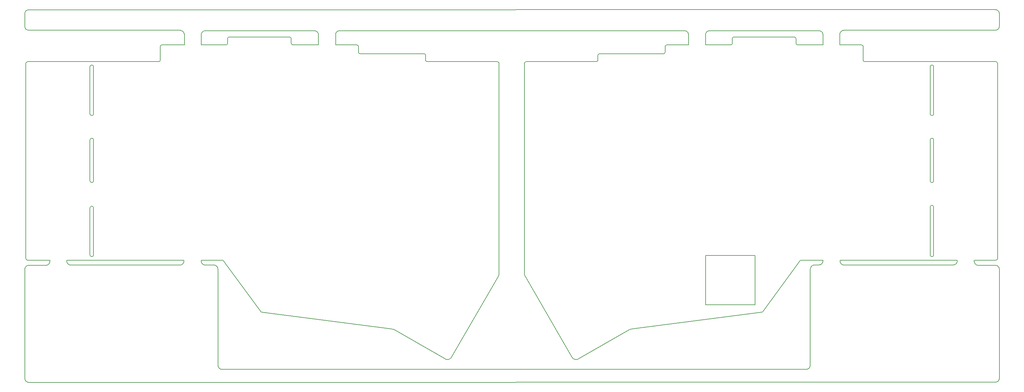
<source format=gm1>
G04 #@! TF.GenerationSoftware,KiCad,Pcbnew,(6.0.8-1)-1*
G04 #@! TF.CreationDate,2023-02-08T14:44:23+02:00*
G04 #@! TF.ProjectId,corne-light,636f726e-652d-46c6-9967-68742e6b6963,2.0*
G04 #@! TF.SameCoordinates,Original*
G04 #@! TF.FileFunction,Profile,NP*
%FSLAX46Y46*%
G04 Gerber Fmt 4.6, Leading zero omitted, Abs format (unit mm)*
G04 Created by KiCad (PCBNEW (6.0.8-1)-1) date 2023-02-08 14:44:23*
%MOMM*%
%LPD*%
G01*
G04 APERTURE LIST*
G04 #@! TA.AperFunction,Profile*
%ADD10C,0.200000*%
G04 #@! TD*
G04 APERTURE END LIST*
D10*
X31197500Y-51660000D02*
X31197500Y-38410000D01*
X32197500Y-59160000D02*
X32197500Y-70660000D01*
X31478750Y-37941250D02*
X31697500Y-37910000D01*
X31885000Y-37941250D02*
X31697500Y-37910000D01*
X31228750Y-38222500D02*
X31322500Y-38035000D01*
X31228750Y-38222500D02*
X31197500Y-38410000D01*
X32166250Y-38222500D02*
X32072500Y-38035000D01*
X32197500Y-38410000D02*
X32166250Y-38222500D01*
X31510000Y-52128750D02*
X31697500Y-52160000D01*
X31228750Y-51847500D02*
X31322500Y-52035000D01*
X31197500Y-51660000D02*
X31228750Y-51847500D01*
X32166250Y-51847500D02*
X32197500Y-51660000D01*
X31916250Y-52128750D02*
X32072500Y-52035000D01*
X32166250Y-51847500D02*
X32072500Y-52035000D01*
X31916250Y-52128750D02*
X31697500Y-52160000D01*
X31322500Y-52035000D02*
X31510000Y-52128750D01*
X31885000Y-58691250D02*
X31697500Y-58660000D01*
X32166250Y-58972500D02*
X32072500Y-58785000D01*
X32197500Y-59160000D02*
X32166250Y-58972500D01*
X31228750Y-58972500D02*
X31197500Y-59160000D01*
X31478750Y-58691250D02*
X31322500Y-58785000D01*
X31228750Y-58972500D02*
X31322500Y-58785000D01*
X31478750Y-58691250D02*
X31697500Y-58660000D01*
X32072500Y-58785000D02*
X31885000Y-58691250D01*
X31510000Y-71128750D02*
X31697500Y-71160000D01*
X32166250Y-70847500D02*
X32197500Y-70660000D01*
X32166250Y-70847500D02*
X32072500Y-71035000D01*
X31228750Y-70847500D02*
X31322500Y-71035000D01*
X31916250Y-71128750D02*
X32072500Y-71035000D01*
X31322500Y-71035000D02*
X31510000Y-71128750D01*
X31916250Y-71128750D02*
X31697500Y-71160000D01*
X31197500Y-70660000D02*
X31228750Y-70847500D01*
X31478750Y-77941250D02*
X31322500Y-78035000D01*
X31228750Y-78222500D02*
X31322500Y-78035000D01*
X32166250Y-78222500D02*
X32072500Y-78035000D01*
X31885000Y-77941250D02*
X31697500Y-77910000D01*
X32072500Y-78035000D02*
X31885000Y-77941250D01*
X31228750Y-78222500D02*
X31197500Y-78410000D01*
X32197500Y-78410000D02*
X32166250Y-78222500D01*
X31478750Y-77941250D02*
X31697500Y-77910000D01*
X32166250Y-91847500D02*
X32197500Y-91660000D01*
X31916250Y-92128750D02*
X32072500Y-92035000D01*
X31916250Y-92128750D02*
X31697500Y-92160000D01*
X32166250Y-91847500D02*
X32072500Y-92035000D01*
X31197500Y-91660000D02*
X31228750Y-91847500D01*
X31228750Y-91847500D02*
X31322500Y-92035000D01*
X31510000Y-92128750D02*
X31697500Y-92160000D01*
X31322500Y-92035000D02*
X31510000Y-92128750D01*
X269385000Y-37941250D02*
X269197500Y-37910000D01*
X269666250Y-38222500D02*
X269572500Y-38035000D01*
X269697500Y-38410000D02*
X269666250Y-38222500D01*
X268728750Y-38222500D02*
X268697500Y-38410000D01*
X268978750Y-37941250D02*
X268822500Y-38035000D01*
X268728750Y-38222500D02*
X268822500Y-38035000D01*
X268978750Y-37941250D02*
X269197500Y-37910000D01*
X269572500Y-38035000D02*
X269385000Y-37941250D01*
X269666250Y-51847500D02*
X269572500Y-52035000D01*
X269416250Y-52128750D02*
X269572500Y-52035000D01*
X268728750Y-51847500D02*
X268822500Y-52035000D01*
X269010000Y-52128750D02*
X269197500Y-52160000D01*
X269416250Y-52128750D02*
X269197500Y-52160000D01*
X269666250Y-51847500D02*
X269697500Y-51660000D01*
X268822500Y-52035000D02*
X269010000Y-52128750D01*
X268697500Y-51660000D02*
X268728750Y-51847500D01*
X268978750Y-58691250D02*
X269197500Y-58660000D01*
X268728750Y-58972500D02*
X268697500Y-59160000D01*
X269572500Y-58785000D02*
X269385000Y-58691250D01*
X269666250Y-58972500D02*
X269572500Y-58785000D01*
X269385000Y-58691250D02*
X269197500Y-58660000D01*
X268978750Y-58691250D02*
X268822500Y-58785000D01*
X268728750Y-58972500D02*
X268822500Y-58785000D01*
X269697500Y-59160000D02*
X269666250Y-58972500D01*
X269416250Y-71128750D02*
X269197500Y-71160000D01*
X269666250Y-70847500D02*
X269697500Y-70660000D01*
X268697500Y-70660000D02*
X268728750Y-70847500D01*
X269416250Y-71128750D02*
X269572500Y-71035000D01*
X269010000Y-71128750D02*
X269197500Y-71160000D01*
X269666250Y-70847500D02*
X269572500Y-71035000D01*
X268822500Y-71035000D02*
X269010000Y-71128750D01*
X268728750Y-70847500D02*
X268822500Y-71035000D01*
X269666250Y-77972500D02*
X269572500Y-77785000D01*
X268728750Y-77972500D02*
X268822500Y-77785000D01*
X269572500Y-77785000D02*
X269385000Y-77691250D01*
X268728750Y-77972500D02*
X268697500Y-78160000D01*
X268978750Y-77691250D02*
X268822500Y-77785000D01*
X269385000Y-77691250D02*
X269197500Y-77660000D01*
X269697500Y-78160000D02*
X269666250Y-77972500D01*
X268978750Y-77691250D02*
X269197500Y-77660000D01*
X268697500Y-91660000D02*
X268728750Y-91847500D01*
X269416250Y-92128750D02*
X269197500Y-92160000D01*
X269010000Y-92128750D02*
X269197500Y-92160000D01*
X269666250Y-91847500D02*
X269572500Y-92035000D01*
X268822500Y-92035000D02*
X269010000Y-92128750D01*
X268728750Y-91847500D02*
X268822500Y-92035000D01*
X269666250Y-91847500D02*
X269697500Y-91660000D01*
X269416250Y-92128750D02*
X269572500Y-92035000D01*
X235579405Y-94633141D02*
X235579405Y-94633141D01*
X243900437Y-28130926D02*
X244121417Y-28062346D01*
X243161298Y-29037705D02*
X243161298Y-29037705D01*
X67576351Y-123591652D02*
X67716051Y-123761832D01*
X249272532Y-32187302D02*
X243146058Y-32187302D01*
X133004146Y-121092294D02*
X133126066Y-120998315D01*
X154075966Y-97353478D02*
X154042946Y-97188378D01*
X281164740Y-93650162D02*
X281164740Y-93650162D01*
X57782121Y-28798946D02*
X57784661Y-28801486D01*
X67169951Y-95090340D02*
X67172491Y-95092880D01*
X57324921Y-28247766D02*
X57327461Y-28250306D01*
X12946085Y-95151300D02*
X12841945Y-95346880D01*
X249572251Y-32288902D02*
X249673851Y-32387962D01*
X57083621Y-94455341D02*
X57279201Y-94348661D01*
X126085193Y-36429098D02*
X126115673Y-36601818D01*
X154053106Y-37267297D02*
X154124225Y-37137757D01*
X237885723Y-94341041D02*
X238058443Y-94198801D01*
X101769797Y-28143626D02*
X101762177Y-28143626D01*
X244362716Y-28034406D02*
X244365256Y-28034406D01*
X243346717Y-28588126D02*
X243346717Y-28583046D01*
X56877882Y-28067426D02*
X56877882Y-28067426D01*
X167479532Y-120723995D02*
X167474452Y-120718915D01*
X234847886Y-95537380D02*
X234847886Y-95537380D01*
X154022626Y-37437477D02*
X154053106Y-37267297D01*
X288238633Y-95545000D02*
X288172593Y-95331640D01*
X281233320Y-93871141D02*
X281164740Y-93650162D01*
X281164740Y-93650162D02*
X281164740Y-93645082D01*
X57881181Y-29268845D02*
X57881181Y-29268845D01*
X125983593Y-34879700D02*
X125884533Y-34780640D01*
X67380771Y-95771059D02*
X67380771Y-95773599D01*
X235376205Y-94744900D02*
X235579405Y-94633141D01*
X168820651Y-121320894D02*
X168632691Y-121336134D01*
X243138438Y-29271385D02*
X243138438Y-29268845D01*
X282373779Y-94635681D02*
X282371239Y-94635681D01*
X200298840Y-28831966D02*
X200194700Y-28636386D01*
X25770532Y-94544241D02*
X56644202Y-94544241D01*
X19128439Y-94544241D02*
X19128439Y-94544241D01*
X51056207Y-36599278D02*
X51084147Y-36431638D01*
X57759261Y-93627302D02*
X57782121Y-93403782D01*
X193773586Y-32687682D02*
X193804066Y-32517502D01*
X62630976Y-29284085D02*
X62636056Y-32179682D01*
X174975065Y-34785720D02*
X175104605Y-34717140D01*
X234919006Y-95301160D02*
X234921546Y-95296080D01*
X281139340Y-93411402D02*
X281139340Y-93408862D01*
X238388642Y-29273925D02*
X238388642Y-29266305D01*
X243681997Y-28250306D02*
X243684537Y-28247766D01*
X18645839Y-94643301D02*
X13893504Y-94643301D01*
X238386102Y-32184762D02*
X238388642Y-29273925D01*
X62966256Y-94214041D02*
X63138975Y-94353741D01*
X57591621Y-94036241D02*
X57695761Y-93840661D01*
X117159642Y-112829683D02*
X131454748Y-121092294D01*
X287557914Y-94722040D02*
X287347094Y-94656001D01*
X237692683Y-94445181D02*
X237885723Y-94341041D01*
X237248183Y-28136006D02*
X206377054Y-28136006D01*
X12778445Y-27135247D02*
X12844485Y-27348607D01*
X235579405Y-94633141D02*
X235584485Y-94633141D01*
X234825026Y-95768519D02*
X234847886Y-95537380D01*
X231103929Y-32156822D02*
X230971850Y-32085702D01*
X243341637Y-28593206D02*
X243341637Y-28593206D01*
X19334179Y-94432481D02*
X19331639Y-94435021D01*
X193773586Y-34183740D02*
X193773586Y-32685142D01*
X243161298Y-29037705D02*
X243161298Y-29037705D01*
X19671998Y-94094661D02*
X19524678Y-94275001D01*
X244129037Y-28059806D02*
X244131577Y-28059806D01*
X18655999Y-94643301D02*
X18655999Y-94643301D01*
X199470801Y-28156326D02*
X199249821Y-28136006D01*
X57670361Y-28590666D02*
X57672901Y-28593206D01*
X243161298Y-29032625D02*
X243163838Y-29027545D01*
X146834433Y-96990258D02*
X146834433Y-96906438D01*
X57855781Y-29032625D02*
X57855781Y-29037705D01*
X66380012Y-94567101D02*
X66380012Y-94567101D01*
X275886625Y-94341041D02*
X276056805Y-94198801D01*
X66824512Y-94747440D02*
X66824512Y-94747440D01*
X167984992Y-121176114D02*
X167857992Y-121102454D01*
X63326935Y-28232526D02*
X63131355Y-28339206D01*
X288241173Y-126868249D02*
X288264033Y-126644729D01*
X249673851Y-32387962D02*
X249744971Y-32520042D01*
X282140099Y-94612821D02*
X282140099Y-94612821D01*
X169140691Y-121237074D02*
X168988291Y-121287874D01*
X205239135Y-29273925D02*
X205236595Y-32187302D01*
X154022626Y-37434937D02*
X154022626Y-96908978D01*
X95445203Y-28473826D02*
X95272484Y-28334126D01*
X212772768Y-30437244D02*
X212803248Y-30267064D01*
X212572108Y-32088242D02*
X212442568Y-32159362D01*
X13672524Y-28021706D02*
X13896044Y-28044566D01*
X24718973Y-93848281D02*
X24825653Y-94041321D01*
X67355371Y-95532300D02*
X67355371Y-95537380D01*
X66824512Y-94749980D02*
X66829592Y-94749980D01*
X146783633Y-97343318D02*
X146816653Y-97175678D01*
X234919006Y-95306240D02*
X234919006Y-95301160D01*
X19788838Y-93873681D02*
X19788838Y-93873681D01*
X66611152Y-94635681D02*
X66616232Y-94638221D01*
X57114101Y-28138546D02*
X57119181Y-28138546D01*
X12841945Y-22911231D02*
X12778445Y-23122051D01*
X95785563Y-32179682D02*
X95780483Y-29281545D01*
X13184845Y-92979602D02*
X13286445Y-93081202D01*
X57324921Y-28247766D02*
X57324921Y-28247766D01*
X63131355Y-28339206D02*
X62961176Y-28481446D01*
X269697500Y-51660000D02*
X269697500Y-38410000D01*
X57881181Y-29268845D02*
X57881181Y-29271385D01*
X66616232Y-94638221D02*
X66618772Y-94638221D01*
X67469671Y-123396072D02*
X67576351Y-123591652D01*
X243161298Y-29037705D02*
X243161298Y-29037705D01*
X31197500Y-70660000D02*
X31197500Y-59160000D01*
X62625896Y-93160000D02*
X62630976Y-93406322D01*
X13454084Y-22296552D02*
X13258505Y-22400692D01*
X87583911Y-29929244D02*
X87583911Y-29929244D01*
X68297710Y-124071712D02*
X68521230Y-124094571D01*
X235183165Y-94904920D02*
X235185705Y-94899840D01*
X243229877Y-28804026D02*
X243232417Y-28801486D01*
X287273434Y-36937098D02*
X287443614Y-36967578D01*
X106753272Y-32210162D02*
X106585632Y-32179682D01*
X13896044Y-28044566D02*
X56646742Y-28044566D01*
X67281711Y-95298620D02*
X67284251Y-95301160D01*
X24630073Y-93406322D02*
X24630073Y-93411402D01*
X235185705Y-94899840D02*
X235188245Y-94897300D01*
X25547012Y-94521381D02*
X25770532Y-94544241D01*
X244372876Y-28034406D02*
X244372876Y-28034406D01*
X63547915Y-94521381D02*
X63771435Y-94544241D01*
X167637012Y-120917035D02*
X167540492Y-120807815D01*
X31197500Y-91660000D02*
X31197500Y-78410000D01*
X288073533Y-127277188D02*
X288177673Y-127081609D01*
X243161298Y-29037705D02*
X243161298Y-29032625D01*
X50886027Y-36830418D02*
X50985087Y-36728818D01*
X243234957Y-28796406D02*
X243341637Y-28593206D01*
X243684537Y-28247766D02*
X243687077Y-28245226D01*
X106984412Y-32380342D02*
X106882812Y-32278742D01*
X67380771Y-95773599D02*
X67380771Y-95778679D01*
X234847886Y-95534840D02*
X234850426Y-95532300D01*
X13286445Y-93081202D02*
X13415984Y-93149782D01*
X56877882Y-28067426D02*
X56880422Y-28067426D01*
X12841945Y-95346880D02*
X12778445Y-95560240D01*
X88114771Y-31852023D02*
X88185891Y-31981562D01*
X88084291Y-31679303D02*
X88084291Y-30429624D01*
X287573154Y-37038697D02*
X287674754Y-37137757D01*
X117002162Y-112786503D02*
X116837062Y-112748403D01*
X95780483Y-29276465D02*
X95757623Y-29052945D01*
X281507640Y-94280081D02*
X281507640Y-94277541D01*
X281507640Y-94280081D02*
X281507640Y-94280081D01*
X19123359Y-94546781D02*
X19118279Y-94549321D01*
X13459164Y-127708988D02*
X13672524Y-127772488D01*
X221022679Y-107937647D02*
X184352736Y-112707763D01*
X68937790Y-93327582D02*
X79481319Y-107782708D01*
X244362716Y-28034406D02*
X244362716Y-28034406D01*
X282140099Y-94612821D02*
X282140099Y-94612821D01*
X57512881Y-28400166D02*
X57515421Y-28402706D01*
X13085785Y-37429857D02*
X13085785Y-37429857D01*
X184019996Y-112756023D02*
X184192716Y-112728083D01*
X281352700Y-94092121D02*
X281350160Y-94089581D01*
X13459164Y-27958206D02*
X13672524Y-28021706D01*
X12755585Y-126654889D02*
X12755585Y-126662509D01*
X133230206Y-120901795D02*
X133324186Y-120792575D01*
X281139340Y-93406322D02*
X281139340Y-93401242D01*
X183697416Y-112837303D02*
X169404850Y-121097374D01*
X131718908Y-121229454D02*
X131871307Y-121280254D01*
X236051845Y-94534081D02*
X236051845Y-94534081D01*
X117159642Y-112829683D02*
X117002162Y-112786503D01*
X183697416Y-112837303D02*
X183854896Y-112794123D01*
X268697500Y-78160000D02*
X268697500Y-91660000D01*
X95757623Y-29052945D02*
X95691583Y-28842126D01*
X238193062Y-28636386D02*
X238050823Y-28466206D01*
X281908959Y-94544241D02*
X281903879Y-94541701D01*
X275251626Y-94534081D02*
X275256706Y-94534081D01*
X193974246Y-32286362D02*
X194106326Y-32215242D01*
X101132258Y-28339206D02*
X100962078Y-28481446D01*
X282129939Y-94610281D02*
X281908959Y-94544241D01*
X238198142Y-94026081D02*
X238302282Y-93830501D01*
X57279201Y-94348661D02*
X57449381Y-94208961D01*
X234825026Y-122943953D02*
X234825026Y-95771059D01*
X243494037Y-28405246D02*
X243494037Y-28402706D01*
X62961176Y-28481446D02*
X62821476Y-28651626D01*
X101327838Y-28232526D02*
X101132258Y-28339206D01*
X212874367Y-30137524D02*
X212973427Y-30035924D01*
X281502560Y-94275001D02*
X281500020Y-94272461D01*
X281235860Y-93881301D02*
X281235860Y-93876221D01*
X281347620Y-94084501D02*
X281235860Y-93881301D01*
X167474452Y-120718915D02*
X154248685Y-97785277D01*
X95587443Y-28646546D02*
X95445203Y-28473826D01*
X287273434Y-93187882D02*
X287273434Y-93187882D01*
X63138975Y-94353741D02*
X63334555Y-94457881D01*
X18655999Y-94643301D02*
X18653459Y-94643301D01*
X200395360Y-32184762D02*
X200387740Y-29273925D01*
X68673630Y-93187882D02*
X68584730Y-93160000D01*
X62821476Y-28651626D02*
X62717336Y-28847206D01*
X193773586Y-34186280D02*
X193743106Y-34359000D01*
X287354714Y-28011546D02*
X287565534Y-27945506D01*
X107416212Y-34651100D02*
X107583851Y-34679040D01*
X18897299Y-94617901D02*
X18897299Y-94617901D01*
X234919006Y-95306240D02*
X234919006Y-95306240D01*
X57855781Y-29027545D02*
X57855781Y-29032625D01*
X57881181Y-29273925D02*
X57881181Y-29279005D01*
X19875198Y-93180262D02*
X19880278Y-93408862D01*
X19517058Y-94282621D02*
X19339259Y-94429941D01*
X19125899Y-94546781D02*
X19123359Y-94546781D01*
X132734907Y-121231994D02*
X132879686Y-121165954D01*
X146608373Y-97777657D02*
X146676953Y-97643038D01*
X66618772Y-94638221D02*
X66824512Y-94747440D01*
X57695761Y-93840661D02*
X57759261Y-93627302D01*
X12844485Y-27348607D02*
X12951165Y-27541647D01*
X13085785Y-37429857D02*
X13085785Y-92679883D01*
X57111561Y-28136006D02*
X57114101Y-28138546D01*
X66832132Y-94755060D02*
X67012472Y-94899840D01*
X56646742Y-28044566D02*
X56649282Y-28044566D01*
X281695600Y-94429941D02*
X281695600Y-94429941D01*
X106882812Y-32278742D02*
X106753272Y-32210162D01*
X281352700Y-94092121D02*
X281352700Y-94092121D01*
X62717336Y-28847206D02*
X62653836Y-29060565D01*
X169277851Y-121173574D02*
X169140691Y-121237074D01*
X66824512Y-94747440D02*
X66824512Y-94749980D01*
X233915707Y-124061552D02*
X234129066Y-123995512D01*
X281903879Y-94541701D02*
X281898799Y-94539161D01*
X19524678Y-94275001D02*
X19524678Y-94275001D01*
X13415984Y-93149782D02*
X13586164Y-93180262D01*
X12755585Y-26906647D02*
X12755585Y-26911727D01*
X230773730Y-30437244D02*
X230773730Y-30437244D01*
X244131577Y-28059806D02*
X244362716Y-28034406D01*
X19857418Y-93642542D02*
X19857418Y-93642542D01*
X275256706Y-94534081D02*
X275480226Y-94511221D01*
X235030766Y-95090340D02*
X235033306Y-95087800D01*
X12951165Y-27541647D02*
X13093405Y-27714367D01*
X13283905Y-37031077D02*
X13184845Y-37132677D01*
X230801670Y-31854563D02*
X230773730Y-31686923D01*
X66380012Y-94567101D02*
X66380012Y-94567101D01*
X235188245Y-94897300D02*
X235368585Y-94749980D01*
X154025166Y-97005498D02*
X154022626Y-96911518D01*
X95272484Y-28334126D02*
X95076904Y-28229986D01*
X194106326Y-32215242D02*
X194273966Y-32187302D01*
X13113725Y-37262217D02*
X13085785Y-37429857D01*
X235368585Y-94749980D02*
X235371125Y-94747440D01*
X18897299Y-94617901D02*
X18892219Y-94617901D01*
X13888424Y-94643301D02*
X13664904Y-94666161D01*
X199249821Y-28136006D02*
X101769797Y-28143626D01*
X287743334Y-37269837D02*
X287773814Y-37437477D01*
X13085785Y-92679883D02*
X13113725Y-92850062D01*
X131454748Y-121092294D02*
X131579208Y-121165954D01*
X212272388Y-32187302D02*
X205236595Y-32187302D01*
X249744971Y-32520042D02*
X249772911Y-32687682D01*
X12755585Y-23345571D02*
X12755585Y-26906647D01*
X50985087Y-36728818D02*
X51056207Y-36599278D01*
X126585573Y-36929478D02*
X126585573Y-36929478D01*
X232272328Y-93187882D02*
X238396262Y-93187882D01*
X230773730Y-31686923D02*
X230773730Y-31686923D01*
X269697500Y-91660000D02*
X269697500Y-78160000D01*
X174441665Y-36909158D02*
X174274026Y-36937098D01*
X288264033Y-95765979D02*
X288264033Y-126644729D01*
X244365256Y-28034406D02*
X244367796Y-28034406D01*
X66148872Y-94544241D02*
X66148872Y-94544241D01*
X146732833Y-37130137D02*
X146633773Y-37028537D01*
X237479323Y-94511221D02*
X237692683Y-94445181D01*
X275691045Y-94445181D02*
X275886625Y-94341041D01*
X199879740Y-28326506D02*
X199684160Y-28222366D01*
X66829592Y-94749980D02*
X66832132Y-94755060D01*
X212673708Y-31989182D02*
X212572108Y-32088242D01*
X132038947Y-121315814D02*
X132226907Y-121328514D01*
X19339259Y-94429941D02*
X19334179Y-94432481D01*
X200052460Y-28466206D02*
X199879740Y-28326506D01*
X146633773Y-37028537D02*
X146501693Y-36959958D01*
X19880278Y-93411402D02*
X19880278Y-93411402D01*
X234921546Y-95296080D02*
X235030766Y-95092880D01*
X146816653Y-97175678D02*
X146834433Y-96990258D01*
X287672214Y-92987222D02*
X287570614Y-93088822D01*
X57667821Y-28585586D02*
X57670361Y-28590666D01*
X12778445Y-126886029D02*
X12844485Y-127096849D01*
X212772768Y-31684383D02*
X212772768Y-30434704D01*
X281908959Y-94544241D02*
X281908959Y-94544241D01*
X287123574Y-94635681D02*
X282373779Y-94635681D01*
X154225825Y-37036157D02*
X154355365Y-36965038D01*
X69585489Y-32179682D02*
X69755669Y-32151742D01*
X193671986Y-34488540D02*
X193570387Y-34587600D01*
X13454084Y-94732200D02*
X13258505Y-94838880D01*
X13413444Y-36959958D02*
X13283905Y-37031077D01*
X51584527Y-32179682D02*
X51414347Y-32210162D01*
X63768895Y-28143626D02*
X63763815Y-28143626D01*
X276366685Y-93617142D02*
X276387005Y-93396162D01*
X146334053Y-36929478D02*
X126585573Y-36929478D01*
X243138438Y-29268845D02*
X243161298Y-29037705D01*
X50583768Y-36929478D02*
X50756488Y-36901538D01*
X287131194Y-127785188D02*
X287354714Y-127762328D01*
X56882962Y-28067426D02*
X56888042Y-28069966D01*
X50583768Y-36929478D02*
X13697500Y-36929478D01*
X287126114Y-28034406D02*
X287131194Y-28034406D01*
X235815625Y-94559481D02*
X235818165Y-94559481D01*
X31478750Y-37941250D02*
X31322500Y-38035000D01*
X56649282Y-28044566D02*
X56877882Y-28067426D01*
X132582507Y-121282794D02*
X132734907Y-121231994D01*
X70283988Y-30030844D02*
X70184928Y-30132444D01*
X233687107Y-124084411D02*
X233694727Y-124084411D01*
X235180625Y-94904920D02*
X235183165Y-94904920D01*
X193743106Y-34359000D02*
X193671986Y-34488540D01*
X174743925Y-36609438D02*
X174672805Y-36738978D01*
X243943617Y-94450261D02*
X244154437Y-94513761D01*
X243163838Y-29027545D02*
X243229877Y-28806566D01*
X57327461Y-28250306D02*
X57332541Y-28252846D01*
X275480226Y-94511221D02*
X275691045Y-94445181D01*
X70055389Y-31849483D02*
X70085868Y-31679303D01*
X230743250Y-30267064D02*
X230773730Y-30437244D01*
X66611152Y-94635681D02*
X66611152Y-94635681D01*
X18892219Y-94617901D02*
X18887139Y-94617901D01*
X234738666Y-123380832D02*
X234804706Y-123167472D01*
X146735373Y-97500798D02*
X146783633Y-97343318D01*
X175104605Y-34717140D02*
X175272245Y-34686660D01*
X243245117Y-93185342D02*
X276394625Y-93185342D01*
X288241173Y-27117467D02*
X288264033Y-26896487D01*
X249800851Y-36604358D02*
X249772911Y-36436718D01*
X288264033Y-95765979D02*
X288238633Y-95545000D01*
X243687077Y-28245226D02*
X243892817Y-28133466D01*
X154042946Y-97188378D02*
X154025166Y-97005498D01*
X63771435Y-94544241D02*
X66146332Y-94544241D01*
X12755585Y-26911727D02*
X12778445Y-27135247D01*
X56649282Y-28044566D02*
X56649282Y-28044566D01*
X13586164Y-93180262D02*
X13586164Y-93180262D01*
X243328937Y-93838121D02*
X243433077Y-94033701D01*
X243262897Y-93627302D02*
X243328937Y-93838121D01*
X19677078Y-94087041D02*
X19674538Y-94092121D01*
X57324921Y-28247766D02*
X57324921Y-28247766D01*
X281235860Y-93876221D02*
X281233320Y-93871141D01*
X57886261Y-32179682D02*
X51584527Y-32179682D01*
X13664904Y-22230512D02*
X13454084Y-22296552D01*
X88185891Y-31981562D02*
X88284951Y-32080622D01*
X288264033Y-23330331D02*
X288238633Y-23106811D01*
X67012472Y-94899840D02*
X67015012Y-94904920D01*
X213102967Y-29967344D02*
X213273147Y-29936864D01*
X281687980Y-94424861D02*
X281507640Y-94280081D01*
X67286791Y-95306240D02*
X67355371Y-95527220D01*
X168122152Y-121239614D02*
X167984992Y-121176114D01*
X168988291Y-121287874D02*
X168820651Y-121320894D01*
X174771865Y-35187039D02*
X174802345Y-35016859D01*
X19857418Y-93642542D02*
X19857418Y-93647622D01*
X131579208Y-121165954D02*
X131718908Y-121229454D01*
X212272388Y-32187302D02*
X212272388Y-32187302D01*
X238050823Y-28466206D02*
X237880643Y-28326506D01*
X237255803Y-94534081D02*
X237479323Y-94511221D01*
X236062005Y-94534081D02*
X236062005Y-94534081D01*
X70413528Y-29959724D02*
X70283988Y-30030844D01*
X230773730Y-30434704D02*
X230773730Y-31684383D01*
X133126066Y-120998315D02*
X133230206Y-120901795D01*
X230872790Y-31986642D02*
X230801670Y-31854563D01*
X13893504Y-22207652D02*
X13888424Y-22207652D01*
X67380771Y-95778679D02*
X67380771Y-122956653D01*
X13258505Y-22400692D02*
X13085785Y-22542932D01*
X168444731Y-121323434D02*
X168277092Y-121290414D01*
X57855781Y-29037705D02*
X57881181Y-29268845D01*
X231274109Y-32184762D02*
X238386102Y-32184762D01*
X87883631Y-30028304D02*
X87754091Y-29959724D01*
X12778445Y-23122051D02*
X12755585Y-23345571D01*
X12951165Y-127292428D02*
X13093405Y-127462608D01*
X107086012Y-34181200D02*
X107113952Y-34351380D01*
X213273147Y-29934324D02*
X230273350Y-29934324D01*
X235810545Y-94562021D02*
X235810545Y-94562021D01*
X235810545Y-94562021D02*
X235815625Y-94559481D01*
X125584814Y-34679040D02*
X107583851Y-34679040D01*
X57787201Y-28806566D02*
X57853241Y-29027545D01*
X13893504Y-94643301D02*
X13888424Y-94643301D01*
X243892817Y-28133466D02*
X243892817Y-28133466D01*
X169404850Y-121097374D02*
X169277851Y-121173574D01*
X66387632Y-94569641D02*
X66611152Y-94635681D01*
X287123574Y-22197492D02*
X13893504Y-22207652D01*
X233694727Y-124084411D02*
X233915707Y-124061552D01*
X126085193Y-35179419D02*
X126054713Y-35009239D01*
X287933833Y-27699127D02*
X288073533Y-27526407D01*
X281507640Y-94277541D02*
X281502560Y-94275001D01*
X244154437Y-94513761D02*
X244377956Y-94534081D01*
X13888424Y-22207652D02*
X13664904Y-22230512D01*
X32072500Y-38035000D02*
X31885000Y-37941250D01*
X287126114Y-127785188D02*
X287131194Y-127785188D01*
X236062005Y-94534081D02*
X237250723Y-94534081D01*
X88284951Y-32080622D02*
X88417030Y-32151742D01*
X13263585Y-27854067D02*
X13459164Y-27958206D01*
X287756034Y-94826180D02*
X287557914Y-94722040D01*
X281235860Y-93881301D02*
X281235860Y-93881301D01*
X100715698Y-28847206D02*
X100652198Y-29060565D01*
X79834379Y-107930027D02*
X116504323Y-112700143D01*
X24635153Y-93185342D02*
X24630073Y-93406322D01*
X238302282Y-93830501D02*
X238365782Y-93617142D01*
X62630976Y-93411402D02*
X62653836Y-93634922D01*
X235030766Y-95092880D02*
X235030766Y-95092880D01*
X287743334Y-92857682D02*
X287672214Y-92987222D01*
X87583911Y-29929244D02*
X70583708Y-29929244D01*
X51114627Y-32512422D02*
X51084147Y-32680062D01*
X101762177Y-28143626D02*
X101541197Y-28166486D01*
X249772911Y-36436718D02*
X249772911Y-36436718D01*
X12755585Y-126662509D02*
X12778445Y-126886029D01*
X79595619Y-107869068D02*
X79745479Y-107922407D01*
X249442711Y-32217782D02*
X249572251Y-32288902D01*
X88584670Y-32179682D02*
X88584670Y-32179682D01*
X288068453Y-95136060D02*
X287926213Y-94965880D01*
X282140099Y-94612821D02*
X282135019Y-94610281D01*
X236049305Y-94534081D02*
X236051845Y-94534081D01*
X87985231Y-30129904D02*
X87883631Y-30028304D01*
X234324646Y-123888832D02*
X234494826Y-123749132D01*
X146501693Y-36959958D02*
X146334053Y-36929478D01*
X168277092Y-121290414D02*
X168122152Y-121239614D01*
X244123957Y-28062346D02*
X244129037Y-28059806D01*
X282140099Y-94612821D02*
X282140099Y-94612821D01*
X243679457Y-28250306D02*
X243681997Y-28250306D01*
X168632691Y-121336134D02*
X168444731Y-121323434D01*
X287347094Y-94656001D02*
X287123574Y-94635681D01*
X282371239Y-94635681D02*
X282140099Y-94612821D01*
X12844485Y-127096849D02*
X12951165Y-127292428D01*
X237880643Y-28326506D02*
X237685063Y-28222366D01*
X70085868Y-30429624D02*
X70085868Y-30429624D01*
X133382606Y-120711295D02*
X146608373Y-97777657D01*
X281695600Y-94429941D02*
X281690520Y-94427401D01*
X206369434Y-28136006D02*
X206145914Y-28158866D01*
X288068453Y-22700412D02*
X287926213Y-22527692D01*
X234850426Y-95532300D02*
X234850426Y-95527220D01*
X288238633Y-23106811D02*
X288172593Y-22893451D01*
X107055532Y-32509882D02*
X106984412Y-32380342D01*
X68584730Y-93160000D02*
X62625896Y-93160000D01*
X205212500Y-91845000D02*
X219212500Y-91845000D01*
X219212500Y-91845000D02*
X219212500Y-105845000D01*
X219212500Y-105845000D02*
X205212500Y-105845000D01*
X205212500Y-105845000D02*
X205212500Y-91845000D01*
X57324921Y-28247766D02*
X57324921Y-28247766D01*
X66148872Y-94544241D02*
X66380012Y-94567101D01*
X67716051Y-123761832D02*
X67888771Y-123904072D01*
X67167411Y-95085260D02*
X67169951Y-95090340D01*
X125884533Y-34780640D02*
X125752454Y-34709520D01*
X13672524Y-127772488D02*
X13896044Y-127792808D01*
X107286672Y-34579980D02*
X107416212Y-34651100D01*
X67172491Y-95092880D02*
X67281711Y-95298620D01*
X68937790Y-93327582D02*
X68820950Y-93241222D01*
X88417030Y-32151742D02*
X88584670Y-32179682D01*
X154355365Y-36965038D02*
X154523005Y-36937098D01*
X19857418Y-93652702D02*
X19788838Y-93873681D01*
X276387005Y-93396162D02*
X276394625Y-93185342D01*
X67380771Y-95768519D02*
X67380771Y-95768519D01*
X62719876Y-93848281D02*
X62826556Y-94041321D01*
X231919269Y-93332662D02*
X221375739Y-107790328D01*
X244121417Y-28062346D02*
X244123957Y-28062346D01*
X276300645Y-93830501D02*
X276366685Y-93617142D01*
X19118279Y-94549321D02*
X18897299Y-94617901D01*
X69885209Y-32080622D02*
X69986809Y-31979022D01*
X19128439Y-94544241D02*
X19128439Y-94544241D01*
X281500020Y-94272461D02*
X281352700Y-94092121D01*
X19786298Y-93878761D02*
X19786298Y-93883841D01*
X250103111Y-36906618D02*
X249971031Y-36835498D01*
X87754091Y-29959724D02*
X87583911Y-29929244D01*
X19880278Y-93408862D02*
X19880278Y-93411402D01*
X243575317Y-94203881D02*
X243748037Y-94346121D01*
X57517961Y-28407786D02*
X57665281Y-28585586D01*
X243341637Y-28593206D02*
X243341637Y-28593206D01*
X95785563Y-32179682D02*
X88584670Y-32179682D01*
X281139340Y-93401242D02*
X281136800Y-93401242D01*
X100631878Y-29284085D02*
X100636958Y-32179682D01*
X249871971Y-36736438D02*
X249800851Y-36604358D01*
X57515421Y-28402706D02*
X57517961Y-28407786D01*
X94640024Y-28143626D02*
X63768895Y-28143626D01*
X287773814Y-92687503D02*
X287743334Y-92857682D01*
X288177673Y-127081609D02*
X288241173Y-126868249D01*
X57512881Y-28400166D02*
X57512881Y-28400166D01*
X13697500Y-36929478D02*
X13413444Y-36959958D01*
X205429635Y-28644006D02*
X205325495Y-28839586D01*
X281235860Y-93881301D02*
X281235860Y-93881301D01*
X221375739Y-107790328D02*
X221261439Y-107876688D01*
X167540492Y-120807815D02*
X167479532Y-120723995D01*
X88084291Y-30429624D02*
X88056351Y-30259444D01*
X205569335Y-28471286D02*
X205429635Y-28644006D01*
X56880422Y-28067426D02*
X56882962Y-28067426D01*
X244372876Y-28034406D02*
X287126114Y-28034406D01*
X13085785Y-22542932D02*
X12946085Y-22715652D01*
X281898799Y-94539161D02*
X281695600Y-94429941D01*
X70113808Y-30261984D02*
X70085868Y-30429624D01*
X13263585Y-127604848D02*
X13459164Y-127708988D01*
X13664904Y-94666161D02*
X13454084Y-94732200D01*
X154523005Y-36934558D02*
X174274026Y-36937098D01*
X51284807Y-32281282D02*
X51183207Y-32382882D01*
X238365782Y-93617142D02*
X238388642Y-93396162D01*
X174771865Y-36436718D02*
X174743925Y-36609438D01*
X184192716Y-112728083D02*
X184352736Y-112707763D01*
X250273291Y-36937098D02*
X250103111Y-36906618D01*
X174672805Y-36738978D02*
X174571205Y-36838038D01*
X243433077Y-94033701D02*
X243575317Y-94203881D01*
X126415393Y-36901538D02*
X126585573Y-36929478D01*
X24967893Y-94214041D02*
X25138073Y-94353741D01*
X268697500Y-38410000D02*
X268697500Y-51660000D01*
X243341637Y-28590666D02*
X243346717Y-28588126D01*
X194273966Y-32184762D02*
X200395360Y-32184762D01*
X69585489Y-32179682D02*
X62636056Y-32179682D01*
X287761114Y-27841367D02*
X287933833Y-27699127D01*
X126085193Y-35179419D02*
X126085193Y-36429098D01*
X154251225Y-97785277D02*
X154182645Y-97653198D01*
X235579405Y-94633141D02*
X235579405Y-94633141D01*
X62630976Y-93406322D02*
X62630976Y-93411402D01*
X146676953Y-97643038D02*
X146735373Y-97500798D01*
X67380771Y-95778679D02*
X67380771Y-95778679D01*
X13258505Y-94838880D02*
X13085785Y-94981120D01*
X243232417Y-28801486D02*
X243234957Y-28796406D01*
X100962078Y-28481446D02*
X100819838Y-28651626D01*
X94863544Y-28166486D02*
X94640024Y-28143626D01*
X243494037Y-28402706D02*
X243496577Y-28400166D01*
X56649282Y-94544241D02*
X56872802Y-94521381D01*
X57672901Y-28593206D02*
X57782121Y-28798946D01*
X50756488Y-36901538D02*
X50886027Y-36830418D01*
X281235860Y-93881301D02*
X281235860Y-93881301D01*
X238058443Y-94198801D02*
X238198142Y-94026081D01*
X235818165Y-94559481D02*
X236049305Y-94534081D01*
X126285853Y-36830418D02*
X126415393Y-36901538D01*
X174771865Y-35187039D02*
X174771865Y-36436718D01*
X19522138Y-94280081D02*
X19517058Y-94282621D01*
X106585632Y-32179682D02*
X100636958Y-32179682D01*
X174802345Y-35016859D02*
X174873465Y-34887320D01*
X281164740Y-93645082D02*
X281162200Y-93642542D01*
X67355371Y-95527220D02*
X67355371Y-95529760D01*
X237685063Y-28222366D02*
X237471703Y-28156326D01*
X199684160Y-28222366D02*
X199470801Y-28156326D01*
X238388642Y-29266305D02*
X238365782Y-29042785D01*
X79745479Y-107922407D02*
X79834379Y-107930027D01*
X67281711Y-95298620D02*
X67281711Y-95298620D01*
X57881181Y-29279005D02*
X57881181Y-29279005D01*
X243892817Y-28133466D02*
X243892817Y-28133466D01*
X146834433Y-37429857D02*
X146834433Y-96906438D01*
X13085785Y-94981120D02*
X12946085Y-95151300D01*
X63763815Y-28143626D02*
X63540295Y-28166486D01*
X243229877Y-28806566D02*
X243229877Y-28804026D01*
X235368585Y-94749980D02*
X235368585Y-94749980D01*
X212742288Y-31857103D02*
X212673708Y-31989182D01*
X230971850Y-32085702D02*
X230872790Y-31986642D01*
X57119181Y-28138546D02*
X57324921Y-28247766D01*
X288172593Y-22893451D02*
X288068453Y-22700412D01*
X57881181Y-29271385D02*
X57881181Y-29273925D01*
X287674754Y-37137757D02*
X287743334Y-37269837D01*
X282371239Y-94635681D02*
X282371239Y-94635681D01*
X107086012Y-32680062D02*
X107055532Y-32509882D01*
X62826556Y-94041321D02*
X62966256Y-94214041D01*
X287354714Y-127762328D02*
X287565534Y-127696288D01*
X24635153Y-93185342D02*
X57787201Y-93185342D01*
X243146058Y-32187302D02*
X243138438Y-29271385D01*
X281139340Y-93408862D02*
X281139340Y-93406322D01*
X243341637Y-28593206D02*
X243341637Y-28590666D01*
X19875198Y-93180262D02*
X13586164Y-93180262D01*
X235030766Y-95092880D02*
X235030766Y-95092880D01*
X154124225Y-37137757D02*
X154225825Y-37036157D01*
X67012472Y-94899840D02*
X67012472Y-94899840D01*
X268697500Y-59160000D02*
X268697500Y-70660000D01*
X200387740Y-29266305D02*
X200364880Y-29042785D01*
X19524678Y-94275001D02*
X19524678Y-94275001D01*
X237471703Y-28156326D02*
X237248183Y-28136006D01*
X19880278Y-93411402D02*
X19857418Y-93642542D01*
X287347094Y-22220352D02*
X287123574Y-22197492D01*
X221261439Y-107876688D02*
X221114119Y-107930027D01*
X57665281Y-28585586D02*
X57667821Y-28585586D01*
X243892817Y-28133466D02*
X243892817Y-28133466D01*
X67355371Y-95537380D02*
X67380771Y-95768519D01*
X107113952Y-34351380D02*
X107185072Y-34480920D01*
X24630073Y-93411402D02*
X24655473Y-93634922D01*
X19339259Y-94429941D02*
X19339259Y-94429941D01*
X212772768Y-31686923D02*
X212742288Y-31857103D01*
X51084147Y-36431638D02*
X51084147Y-36429098D01*
X243240037Y-93396162D02*
X243240037Y-93403782D01*
X235371125Y-94747440D02*
X235376205Y-94744900D01*
X63540295Y-28166486D02*
X63326935Y-28232526D01*
X174873465Y-34887320D02*
X174975065Y-34785720D01*
X281695600Y-94429941D02*
X281695600Y-94429941D01*
X95780483Y-29281545D02*
X95780483Y-29276465D01*
X234825026Y-95768519D02*
X234825026Y-95768519D01*
X13113725Y-92850062D02*
X13184845Y-92979602D01*
X19524678Y-94275001D02*
X19524678Y-94275001D01*
X235033306Y-95087800D02*
X235035846Y-95085260D01*
X62653836Y-93634922D02*
X62719876Y-93848281D01*
X69755669Y-32151742D02*
X69885209Y-32080622D01*
X133324186Y-120792575D02*
X133380066Y-120716375D01*
X288177673Y-27330827D02*
X288241173Y-27117467D01*
X57782121Y-28798946D02*
X57782121Y-28798946D01*
X63334555Y-94457881D02*
X63547915Y-94521381D01*
X230443530Y-29967344D02*
X230573070Y-30038464D01*
X56877882Y-28067426D02*
X56877882Y-28067426D01*
X70085868Y-30429624D02*
X70083328Y-31679303D01*
X13184845Y-37132677D02*
X13113725Y-37262217D01*
X32197500Y-78410000D02*
X32197500Y-91660000D01*
X287926213Y-22527692D02*
X287756034Y-22387992D01*
X19128439Y-94544241D02*
X19125899Y-94546781D01*
X287933833Y-127449908D02*
X288073533Y-127277188D01*
X167857992Y-121102454D02*
X167741152Y-121016095D01*
X56888042Y-28069966D02*
X57111561Y-28136006D01*
X281350160Y-94089581D02*
X281347620Y-94084501D01*
X287565534Y-127696288D02*
X287761114Y-127589608D01*
X287756034Y-22387992D02*
X287557914Y-22283852D01*
X193440847Y-34658720D02*
X193273207Y-34686660D01*
X116837062Y-112748403D02*
X116664342Y-112720463D01*
X212803248Y-30267064D02*
X212874367Y-30137524D01*
X70583708Y-29929244D02*
X70413528Y-29959724D01*
X132879686Y-121165954D02*
X133004146Y-121092294D01*
X12946085Y-22715652D02*
X12841945Y-22911231D01*
X32197500Y-38410000D02*
X32197500Y-51660000D01*
X67380771Y-122956653D02*
X67380771Y-122961733D01*
X19786298Y-93883841D02*
X19677078Y-94087041D01*
X249971031Y-36835498D02*
X249871971Y-36736438D01*
X243346717Y-28583046D02*
X243494037Y-28405246D01*
X174274026Y-36937098D02*
X174274026Y-36937098D01*
X288172593Y-95331640D02*
X288068453Y-95136060D01*
X70184928Y-30132444D02*
X70113808Y-30261984D01*
X57853241Y-29027545D02*
X57855781Y-29027545D01*
X287570614Y-93088822D02*
X287441074Y-93157402D01*
X56872802Y-94521381D02*
X57083621Y-94455341D01*
X287565534Y-27945506D02*
X287761114Y-27841367D01*
X101541197Y-28166486D02*
X101327838Y-28232526D01*
X287773814Y-37437477D02*
X287773814Y-92684963D01*
X243897897Y-28130926D02*
X243900437Y-28130926D01*
X100819838Y-28651626D02*
X100715698Y-28847206D01*
X276056805Y-94198801D02*
X276199045Y-94026081D01*
X12778445Y-95560240D02*
X12755585Y-95783759D01*
X231919269Y-93332662D02*
X232033569Y-93248842D01*
X205325495Y-28839586D02*
X205259455Y-29052945D01*
X243501657Y-28397626D02*
X243679457Y-28250306D01*
X13896044Y-127792808D02*
X287126114Y-127785188D01*
X243496577Y-28400166D02*
X243501657Y-28397626D01*
X193570387Y-34587600D02*
X193440847Y-34658720D01*
X18650919Y-94643301D02*
X18645839Y-94643301D01*
X19857418Y-93642542D02*
X19857418Y-93642542D01*
X234850426Y-95527220D02*
X234919006Y-95306240D01*
X205259455Y-29052945D02*
X205239135Y-29273925D01*
X234847886Y-95537380D02*
X234847886Y-95537380D01*
X235810545Y-94562021D02*
X235810545Y-94562021D01*
X235579405Y-94633141D02*
X235579405Y-94633141D01*
X66146332Y-94544241D02*
X66148872Y-94544241D01*
X249772911Y-32685142D02*
X249772911Y-36434178D01*
X287761114Y-127589608D02*
X287933833Y-127449908D01*
X13093405Y-127462608D02*
X13263585Y-127604848D01*
X126184253Y-36731358D02*
X126285853Y-36830418D01*
X66380012Y-94567101D02*
X66385092Y-94567101D01*
X250273291Y-36934558D02*
X287273434Y-36937098D01*
X288073533Y-27526407D02*
X288177673Y-27330827D01*
X232180888Y-93195502D02*
X232272328Y-93187882D01*
X12755585Y-95783759D02*
X12755585Y-126654889D01*
X154182645Y-97653198D02*
X154121685Y-97508418D01*
X67017552Y-94907460D02*
X67167411Y-95085260D01*
X230273350Y-29936864D02*
X230443530Y-29967344D01*
X269697500Y-70660000D02*
X269697500Y-59160000D01*
X69986809Y-31979022D02*
X70055389Y-31849483D01*
X212973427Y-30035924D02*
X213102967Y-29967344D01*
X234804706Y-123167472D02*
X234825026Y-122943953D01*
X131871307Y-121280254D02*
X132038947Y-121315814D01*
X235589565Y-94630601D02*
X235810545Y-94562021D01*
X66385092Y-94567101D02*
X66387632Y-94569641D01*
X18645839Y-94643301D02*
X18645839Y-94643301D01*
X288264033Y-23335411D02*
X288264033Y-23330331D01*
X67355371Y-95529760D02*
X67355371Y-95532300D01*
X19857418Y-93642542D02*
X19857418Y-93642542D01*
X238299742Y-28831966D02*
X238193062Y-28636386D01*
X287443614Y-36967578D02*
X287573154Y-37038697D01*
X200387740Y-29273925D02*
X200387740Y-29266305D01*
X19788838Y-93873681D02*
X19786298Y-93878761D01*
X67380771Y-95768519D02*
X67380771Y-95771059D01*
X57782121Y-28798946D02*
X57782121Y-28798946D01*
X167741152Y-121016095D02*
X167637012Y-120917035D01*
X19677078Y-94087041D02*
X19677078Y-94087041D01*
X174571205Y-36838038D02*
X174441665Y-36909158D01*
X19524678Y-94275001D02*
X19522138Y-94280081D01*
X107086012Y-34181200D02*
X107086012Y-32680062D01*
X205739515Y-28329046D02*
X205569335Y-28471286D01*
X287273434Y-93187882D02*
X281146960Y-93187882D01*
X238388642Y-93396162D02*
X238396262Y-93187882D01*
X18653459Y-94643301D02*
X18650919Y-94643301D01*
X237250723Y-94534081D02*
X237255803Y-94534081D01*
X243245117Y-93185342D02*
X243240037Y-93396162D01*
X238365782Y-29042785D02*
X238299742Y-28831966D01*
X287773814Y-37437477D02*
X287773814Y-37437477D01*
X249272532Y-32187302D02*
X249442711Y-32217782D01*
X19857418Y-93647622D02*
X19857418Y-93652702D01*
X67284251Y-95301160D02*
X67286791Y-95306240D01*
X221114119Y-107930027D02*
X221022679Y-107937647D01*
X67167411Y-95085260D02*
X67167411Y-95085260D01*
X13093405Y-27714367D02*
X13263585Y-27854067D01*
X57782121Y-93403782D02*
X57787201Y-93185342D01*
X132414867Y-121315814D02*
X132582507Y-121282794D01*
X232033569Y-93248842D02*
X232180888Y-93195502D01*
X206377054Y-28136006D02*
X206369434Y-28136006D01*
X66380012Y-94567101D02*
X66380012Y-94567101D01*
X234637066Y-123576412D02*
X234738666Y-123380832D01*
X243240037Y-93403782D02*
X243262897Y-93627302D01*
X146834433Y-37429857D02*
X146803953Y-37259677D01*
X281136800Y-93401242D02*
X281146960Y-93187882D01*
X25336193Y-94457881D02*
X25547012Y-94521381D01*
X236054385Y-94534081D02*
X236062005Y-94534081D01*
X62653836Y-29060565D02*
X62630976Y-29284085D01*
X230672130Y-30137524D02*
X230743250Y-30267064D01*
X281507640Y-94280081D02*
X281507640Y-94280081D01*
X244377956Y-94534081D02*
X275251626Y-94534081D01*
X205935094Y-28224906D02*
X205739515Y-28329046D01*
X19331639Y-94435021D02*
X19128439Y-94544241D01*
X234825026Y-95771059D02*
X234825026Y-95768519D01*
X287926213Y-94965880D02*
X287756034Y-94826180D01*
X193872646Y-32387962D02*
X193974246Y-32286362D01*
X243892817Y-28133466D02*
X243897897Y-28130926D01*
X126054713Y-35009239D02*
X125983593Y-34879700D01*
X244121417Y-28062346D02*
X244121417Y-28062346D01*
X234847886Y-95537380D02*
X234847886Y-95534840D01*
X67015012Y-94904920D02*
X67017552Y-94907460D01*
X234129066Y-123995512D02*
X234324646Y-123888832D01*
X206145914Y-28158866D02*
X205935094Y-28224906D01*
X57784661Y-28801486D02*
X57787201Y-28806566D01*
X88084291Y-31679303D02*
X88114771Y-31852023D01*
X67888771Y-123904072D02*
X68084350Y-124008212D01*
X200364880Y-29042785D02*
X200298840Y-28831966D01*
X70085868Y-31679303D02*
X70085868Y-31679303D01*
X287557914Y-22283852D02*
X287347094Y-22220352D01*
X244367796Y-28034406D02*
X244372876Y-28034406D01*
X276199045Y-94026081D02*
X276300645Y-93830501D01*
X235584485Y-94633141D02*
X235589565Y-94630601D01*
X154121685Y-97508418D02*
X154075966Y-97353478D01*
X67281711Y-95298620D02*
X67281711Y-95298620D01*
X67380771Y-122961733D02*
X67403631Y-123185252D01*
X183854896Y-112794123D02*
X184019996Y-112756023D01*
X235030766Y-95092880D02*
X235030766Y-95090340D01*
X234494826Y-123749132D02*
X234637066Y-123576412D01*
X282135019Y-94610281D02*
X282129939Y-94610281D01*
X281139340Y-93408862D02*
X281139340Y-93408862D01*
X100652198Y-29060565D02*
X100631878Y-29284085D01*
X51414347Y-32210162D02*
X51284807Y-32281282D01*
X51183207Y-32382882D02*
X51114627Y-32512422D01*
X57881181Y-29279005D02*
X57886261Y-32179682D01*
X231274109Y-32187302D02*
X231103929Y-32156822D01*
X212442568Y-32159362D02*
X212272388Y-32187302D01*
X68521230Y-124094571D02*
X233687107Y-124084411D01*
X25138073Y-94353741D02*
X25336193Y-94457881D01*
X56644202Y-94544241D02*
X56649282Y-94544241D01*
X230573070Y-30038464D02*
X230672130Y-30137524D01*
X287131194Y-28034406D02*
X287354714Y-28011546D01*
X68084350Y-124008212D02*
X68297710Y-124071712D01*
X281690520Y-94427401D02*
X281687980Y-94424861D01*
X88056351Y-30259444D02*
X87985231Y-30129904D01*
X95691583Y-28842126D02*
X95587443Y-28646546D01*
X66824512Y-94747440D02*
X66824512Y-94747440D01*
X125752454Y-34709520D02*
X125584814Y-34679040D01*
X235035846Y-95085260D02*
X235180625Y-94904920D01*
X18887139Y-94617901D02*
X18655999Y-94643301D01*
X133380066Y-120716375D02*
X133382606Y-120711295D01*
X132226907Y-121328514D02*
X132414867Y-121315814D01*
X116664342Y-112720463D02*
X116504323Y-112700143D01*
X57449381Y-94208961D02*
X57591621Y-94036241D01*
X126115673Y-36601818D02*
X126184253Y-36731358D01*
X213273147Y-29936864D02*
X213273147Y-29936864D01*
X146803953Y-37259677D02*
X146732833Y-37130137D01*
X200194700Y-28636386D02*
X200052460Y-28466206D01*
X24655473Y-93634922D02*
X24718973Y-93848281D01*
X57782121Y-28798946D02*
X57782121Y-28798946D01*
X236051845Y-94534081D02*
X236054385Y-94534081D01*
X67281711Y-95298620D02*
X67281711Y-95298620D01*
X95076904Y-28229986D02*
X94863544Y-28166486D01*
X288264033Y-26896487D02*
X288264033Y-23335411D01*
X243748037Y-94346121D02*
X243943617Y-94450261D01*
X51084147Y-32680062D02*
X51084147Y-36429098D01*
X57111561Y-28136006D02*
X57111561Y-28136006D01*
X175272245Y-34684120D02*
X193273207Y-34684120D01*
X19674538Y-94092121D02*
X19671998Y-94094661D01*
X287441074Y-93157402D02*
X287273434Y-93187882D01*
X24825653Y-94041321D02*
X24967893Y-94214041D01*
X67403631Y-123185252D02*
X67469671Y-123396072D01*
X193804066Y-32517502D02*
X193872646Y-32387962D01*
X68820950Y-93241222D02*
X68673630Y-93187882D01*
X79481319Y-107782708D02*
X79595619Y-107869068D01*
X281162200Y-93642542D02*
X281139340Y-93411402D01*
X107185072Y-34480920D02*
X107286672Y-34579980D01*
X57332541Y-28252846D02*
X57512881Y-28400166D01*
M02*

</source>
